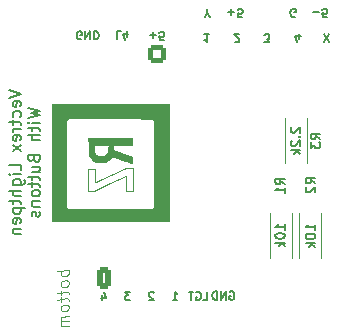
<source format=gbr>
%TF.GenerationSoftware,KiCad,Pcbnew,(6.0.9)*%
%TF.CreationDate,2023-08-06T12:59:46+02:00*%
%TF.ProjectId,Vectrex_Lightpen_2,56656374-7265-4785-9f4c-696768747065,rev?*%
%TF.SameCoordinates,Original*%
%TF.FileFunction,Legend,Bot*%
%TF.FilePolarity,Positive*%
%FSLAX46Y46*%
G04 Gerber Fmt 4.6, Leading zero omitted, Abs format (unit mm)*
G04 Created by KiCad (PCBNEW (6.0.9)) date 2023-08-06 12:59:46*
%MOMM*%
%LPD*%
G01*
G04 APERTURE LIST*
G04 Aperture macros list*
%AMRoundRect*
0 Rectangle with rounded corners*
0 $1 Rounding radius*
0 $2 $3 $4 $5 $6 $7 $8 $9 X,Y pos of 4 corners*
0 Add a 4 corners polygon primitive as box body*
4,1,4,$2,$3,$4,$5,$6,$7,$8,$9,$2,$3,0*
0 Add four circle primitives for the rounded corners*
1,1,$1+$1,$2,$3*
1,1,$1+$1,$4,$5*
1,1,$1+$1,$6,$7*
1,1,$1+$1,$8,$9*
0 Add four rect primitives between the rounded corners*
20,1,$1+$1,$2,$3,$4,$5,0*
20,1,$1+$1,$4,$5,$6,$7,0*
20,1,$1+$1,$6,$7,$8,$9,0*
20,1,$1+$1,$8,$9,$2,$3,0*%
G04 Aperture macros list end*
%ADD10C,0.150000*%
%ADD11C,0.100000*%
%ADD12C,0.120000*%
%ADD13R,1.900000X1.900000*%
%ADD14C,1.900000*%
%ADD15C,3.000000*%
%ADD16C,1.600000*%
%ADD17R,1.600000X1.600000*%
%ADD18O,1.600000X1.600000*%
%ADD19C,4.700000*%
%ADD20RoundRect,0.250000X-0.350000X-0.650000X0.350000X-0.650000X0.350000X0.650000X-0.350000X0.650000X0*%
%ADD21O,1.200000X1.800000*%
%ADD22RoundRect,0.250000X0.550000X0.550000X-0.550000X0.550000X-0.550000X-0.550000X0.550000X-0.550000X0*%
%ADD23R,1.050000X1.500000*%
%ADD24O,1.050000X1.500000*%
%ADD25C,3.400000*%
%ADD26C,1.400000*%
%ADD27O,1.400000X1.400000*%
G04 APERTURE END LIST*
D10*
X148683333Y-92800000D02*
X148750000Y-92766666D01*
X148850000Y-92766666D01*
X148950000Y-92800000D01*
X149016666Y-92866666D01*
X149050000Y-92933333D01*
X149083333Y-93066666D01*
X149083333Y-93166666D01*
X149050000Y-93300000D01*
X149016666Y-93366666D01*
X148950000Y-93433333D01*
X148850000Y-93466666D01*
X148783333Y-93466666D01*
X148683333Y-93433333D01*
X148650000Y-93400000D01*
X148650000Y-93166666D01*
X148783333Y-93166666D01*
X148350000Y-93466666D02*
X148350000Y-92766666D01*
X147950000Y-93466666D01*
X147950000Y-92766666D01*
X147616666Y-93466666D02*
X147616666Y-92766666D01*
X147450000Y-92766666D01*
X147350000Y-92800000D01*
X147283333Y-92866666D01*
X147250000Y-92933333D01*
X147216666Y-93066666D01*
X147216666Y-93166666D01*
X147250000Y-93300000D01*
X147283333Y-93366666D01*
X147350000Y-93433333D01*
X147450000Y-93466666D01*
X147616666Y-93466666D01*
X142250000Y-92883333D02*
X142216666Y-92850000D01*
X142150000Y-92816666D01*
X141983333Y-92816666D01*
X141916666Y-92850000D01*
X141883333Y-92883333D01*
X141850000Y-92950000D01*
X141850000Y-93016666D01*
X141883333Y-93116666D01*
X142283333Y-93516666D01*
X141850000Y-93516666D01*
X143850000Y-93516666D02*
X144250000Y-93516666D01*
X144050000Y-93516666D02*
X144050000Y-92816666D01*
X144116666Y-92916666D01*
X144183333Y-92983333D01*
X144250000Y-93016666D01*
X146800000Y-69166666D02*
X146800000Y-68833333D01*
X146566666Y-69533333D02*
X146800000Y-69166666D01*
X147033333Y-69533333D01*
D11*
X135052380Y-90948184D02*
X134052380Y-91073184D01*
X134433333Y-91025565D02*
X134385714Y-91126755D01*
X134385714Y-91317232D01*
X134433333Y-91406517D01*
X134480952Y-91448184D01*
X134576190Y-91483898D01*
X134861904Y-91448184D01*
X134957142Y-91388660D01*
X135004761Y-91335089D01*
X135052380Y-91233898D01*
X135052380Y-91043422D01*
X135004761Y-90954136D01*
X135052380Y-91995803D02*
X135004761Y-91906517D01*
X134957142Y-91864851D01*
X134861904Y-91829136D01*
X134576190Y-91864851D01*
X134480952Y-91924375D01*
X134433333Y-91977946D01*
X134385714Y-92079136D01*
X134385714Y-92221994D01*
X134433333Y-92311279D01*
X134480952Y-92352946D01*
X134576190Y-92388660D01*
X134861904Y-92352946D01*
X134957142Y-92293422D01*
X135004761Y-92239851D01*
X135052380Y-92138660D01*
X135052380Y-91995803D01*
X134385714Y-92698184D02*
X134385714Y-93079136D01*
X134052380Y-92882708D02*
X134909523Y-92775565D01*
X135004761Y-92811279D01*
X135052380Y-92900565D01*
X135052380Y-92995803D01*
X134385714Y-93269613D02*
X134385714Y-93650565D01*
X134052380Y-93454136D02*
X134909523Y-93346994D01*
X135004761Y-93382708D01*
X135052380Y-93471994D01*
X135052380Y-93567232D01*
X135052380Y-94043422D02*
X135004761Y-93954136D01*
X134957142Y-93912470D01*
X134861904Y-93876755D01*
X134576190Y-93912470D01*
X134480952Y-93971994D01*
X134433333Y-94025565D01*
X134385714Y-94126755D01*
X134385714Y-94269613D01*
X134433333Y-94358898D01*
X134480952Y-94400565D01*
X134576190Y-94436279D01*
X134861904Y-94400565D01*
X134957142Y-94341041D01*
X135004761Y-94287470D01*
X135052380Y-94186279D01*
X135052380Y-94043422D01*
X135052380Y-94805327D02*
X134385714Y-94888660D01*
X134480952Y-94876755D02*
X134433333Y-94930327D01*
X134385714Y-95031517D01*
X134385714Y-95174375D01*
X134433333Y-95263660D01*
X134528571Y-95299375D01*
X135052380Y-95233898D01*
X134528571Y-95299375D02*
X134433333Y-95358898D01*
X134385714Y-95460089D01*
X134385714Y-95602946D01*
X134433333Y-95692232D01*
X134528571Y-95727946D01*
X135052380Y-95662470D01*
D10*
X148550000Y-69100000D02*
X149083333Y-69100000D01*
X148816666Y-68833333D02*
X148816666Y-69366666D01*
X149750000Y-69533333D02*
X149416666Y-69533333D01*
X149383333Y-69200000D01*
X149416666Y-69233333D01*
X149483333Y-69266666D01*
X149650000Y-69266666D01*
X149716666Y-69233333D01*
X149750000Y-69200000D01*
X149783333Y-69133333D01*
X149783333Y-68966666D01*
X149750000Y-68900000D01*
X149716666Y-68866666D01*
X149650000Y-68833333D01*
X149483333Y-68833333D01*
X149416666Y-68866666D01*
X149383333Y-68900000D01*
X154233333Y-69500000D02*
X154166666Y-69533333D01*
X154066666Y-69533333D01*
X153966666Y-69500000D01*
X153900000Y-69433333D01*
X153866666Y-69366666D01*
X153833333Y-69233333D01*
X153833333Y-69133333D01*
X153866666Y-69000000D01*
X153900000Y-68933333D01*
X153966666Y-68866666D01*
X154066666Y-68833333D01*
X154133333Y-68833333D01*
X154233333Y-68866666D01*
X154266666Y-68900000D01*
X154266666Y-69133333D01*
X154133333Y-69133333D01*
X156666666Y-71683333D02*
X157133333Y-70983333D01*
X157133333Y-71683333D02*
X156666666Y-70983333D01*
X141900000Y-71050000D02*
X142433333Y-71050000D01*
X142166666Y-70783333D02*
X142166666Y-71316666D01*
X143100000Y-71483333D02*
X142766666Y-71483333D01*
X142733333Y-71150000D01*
X142766666Y-71183333D01*
X142833333Y-71216666D01*
X143000000Y-71216666D01*
X143066666Y-71183333D01*
X143100000Y-71150000D01*
X143133333Y-71083333D01*
X143133333Y-70916666D01*
X143100000Y-70850000D01*
X143066666Y-70816666D01*
X143000000Y-70783333D01*
X142833333Y-70783333D01*
X142766666Y-70816666D01*
X142733333Y-70850000D01*
X155700000Y-69100000D02*
X156233333Y-69100000D01*
X156900000Y-69533333D02*
X156566666Y-69533333D01*
X156533333Y-69200000D01*
X156566666Y-69233333D01*
X156633333Y-69266666D01*
X156800000Y-69266666D01*
X156866666Y-69233333D01*
X156900000Y-69200000D01*
X156933333Y-69133333D01*
X156933333Y-68966666D01*
X156900000Y-68900000D01*
X156866666Y-68866666D01*
X156800000Y-68833333D01*
X156633333Y-68833333D01*
X156566666Y-68866666D01*
X156533333Y-68900000D01*
X146450000Y-93516666D02*
X146783333Y-93516666D01*
X146783333Y-92816666D01*
X145850000Y-92850000D02*
X145916666Y-92816666D01*
X146016666Y-92816666D01*
X146116666Y-92850000D01*
X146183333Y-92916666D01*
X146216666Y-92983333D01*
X146250000Y-93116666D01*
X146250000Y-93216666D01*
X146216666Y-93350000D01*
X146183333Y-93416666D01*
X146116666Y-93483333D01*
X146016666Y-93516666D01*
X145950000Y-93516666D01*
X145850000Y-93483333D01*
X145816666Y-93450000D01*
X145816666Y-93216666D01*
X145950000Y-93216666D01*
X145616666Y-92816666D02*
X145216666Y-92816666D01*
X145416666Y-93516666D02*
X145416666Y-92816666D01*
X154583333Y-71400000D02*
X154583333Y-70933333D01*
X154416666Y-71666666D02*
X154250000Y-71166666D01*
X154683333Y-71166666D01*
X139483333Y-70733333D02*
X139150000Y-70733333D01*
X139150000Y-71433333D01*
X140016666Y-71200000D02*
X140016666Y-70733333D01*
X139850000Y-71466666D02*
X139683333Y-70966666D01*
X140116666Y-70966666D01*
X151616666Y-71683333D02*
X152050000Y-71683333D01*
X151816666Y-71416666D01*
X151916666Y-71416666D01*
X151983333Y-71383333D01*
X152016666Y-71350000D01*
X152050000Y-71283333D01*
X152050000Y-71116666D01*
X152016666Y-71050000D01*
X151983333Y-71016666D01*
X151916666Y-70983333D01*
X151716666Y-70983333D01*
X151650000Y-71016666D01*
X151616666Y-71050000D01*
X129997380Y-75697803D02*
X130997380Y-76031136D01*
X129997380Y-76364470D01*
X130949761Y-77078755D02*
X130997380Y-76983517D01*
X130997380Y-76793041D01*
X130949761Y-76697803D01*
X130854523Y-76650184D01*
X130473571Y-76650184D01*
X130378333Y-76697803D01*
X130330714Y-76793041D01*
X130330714Y-76983517D01*
X130378333Y-77078755D01*
X130473571Y-77126374D01*
X130568809Y-77126374D01*
X130664047Y-76650184D01*
X130949761Y-77983517D02*
X130997380Y-77888279D01*
X130997380Y-77697803D01*
X130949761Y-77602565D01*
X130902142Y-77554946D01*
X130806904Y-77507327D01*
X130521190Y-77507327D01*
X130425952Y-77554946D01*
X130378333Y-77602565D01*
X130330714Y-77697803D01*
X130330714Y-77888279D01*
X130378333Y-77983517D01*
X130330714Y-78269231D02*
X130330714Y-78650184D01*
X129997380Y-78412089D02*
X130854523Y-78412089D01*
X130949761Y-78459708D01*
X130997380Y-78554946D01*
X130997380Y-78650184D01*
X130997380Y-78983517D02*
X130330714Y-78983517D01*
X130521190Y-78983517D02*
X130425952Y-79031136D01*
X130378333Y-79078755D01*
X130330714Y-79173993D01*
X130330714Y-79269231D01*
X130949761Y-79983517D02*
X130997380Y-79888279D01*
X130997380Y-79697803D01*
X130949761Y-79602565D01*
X130854523Y-79554946D01*
X130473571Y-79554946D01*
X130378333Y-79602565D01*
X130330714Y-79697803D01*
X130330714Y-79888279D01*
X130378333Y-79983517D01*
X130473571Y-80031136D01*
X130568809Y-80031136D01*
X130664047Y-79554946D01*
X130997380Y-80364470D02*
X130330714Y-80888279D01*
X130330714Y-80364470D02*
X130997380Y-80888279D01*
X130997380Y-82507327D02*
X130997380Y-82031136D01*
X129997380Y-82031136D01*
X130997380Y-82840660D02*
X130330714Y-82840660D01*
X129997380Y-82840660D02*
X130045000Y-82793041D01*
X130092619Y-82840660D01*
X130045000Y-82888279D01*
X129997380Y-82840660D01*
X130092619Y-82840660D01*
X130330714Y-83745422D02*
X131140238Y-83745422D01*
X131235476Y-83697803D01*
X131283095Y-83650184D01*
X131330714Y-83554946D01*
X131330714Y-83412089D01*
X131283095Y-83316850D01*
X130949761Y-83745422D02*
X130997380Y-83650184D01*
X130997380Y-83459708D01*
X130949761Y-83364470D01*
X130902142Y-83316850D01*
X130806904Y-83269231D01*
X130521190Y-83269231D01*
X130425952Y-83316850D01*
X130378333Y-83364470D01*
X130330714Y-83459708D01*
X130330714Y-83650184D01*
X130378333Y-83745422D01*
X130997380Y-84221612D02*
X129997380Y-84221612D01*
X130997380Y-84650184D02*
X130473571Y-84650184D01*
X130378333Y-84602565D01*
X130330714Y-84507327D01*
X130330714Y-84364470D01*
X130378333Y-84269231D01*
X130425952Y-84221612D01*
X130330714Y-84983517D02*
X130330714Y-85364470D01*
X129997380Y-85126374D02*
X130854523Y-85126374D01*
X130949761Y-85173993D01*
X130997380Y-85269231D01*
X130997380Y-85364470D01*
X130330714Y-85697803D02*
X131330714Y-85697803D01*
X130378333Y-85697803D02*
X130330714Y-85793041D01*
X130330714Y-85983517D01*
X130378333Y-86078755D01*
X130425952Y-86126374D01*
X130521190Y-86173993D01*
X130806904Y-86173993D01*
X130902142Y-86126374D01*
X130949761Y-86078755D01*
X130997380Y-85983517D01*
X130997380Y-85793041D01*
X130949761Y-85697803D01*
X130949761Y-86983517D02*
X130997380Y-86888279D01*
X130997380Y-86697803D01*
X130949761Y-86602565D01*
X130854523Y-86554946D01*
X130473571Y-86554946D01*
X130378333Y-86602565D01*
X130330714Y-86697803D01*
X130330714Y-86888279D01*
X130378333Y-86983517D01*
X130473571Y-87031136D01*
X130568809Y-87031136D01*
X130664047Y-86554946D01*
X130330714Y-87459708D02*
X130997380Y-87459708D01*
X130425952Y-87459708D02*
X130378333Y-87507327D01*
X130330714Y-87602565D01*
X130330714Y-87745422D01*
X130378333Y-87840660D01*
X130473571Y-87888279D01*
X130997380Y-87888279D01*
X131607380Y-77245422D02*
X132607380Y-77483517D01*
X131893095Y-77673993D01*
X132607380Y-77864470D01*
X131607380Y-78102565D01*
X132607380Y-78483517D02*
X131940714Y-78483517D01*
X131607380Y-78483517D02*
X131655000Y-78435898D01*
X131702619Y-78483517D01*
X131655000Y-78531136D01*
X131607380Y-78483517D01*
X131702619Y-78483517D01*
X131940714Y-78816850D02*
X131940714Y-79197803D01*
X131607380Y-78959708D02*
X132464523Y-78959708D01*
X132559761Y-79007327D01*
X132607380Y-79102565D01*
X132607380Y-79197803D01*
X132607380Y-79531136D02*
X131607380Y-79531136D01*
X132607380Y-79959708D02*
X132083571Y-79959708D01*
X131988333Y-79912089D01*
X131940714Y-79816850D01*
X131940714Y-79673993D01*
X131988333Y-79578755D01*
X132035952Y-79531136D01*
X132083571Y-81531136D02*
X132131190Y-81673993D01*
X132178809Y-81721612D01*
X132274047Y-81769231D01*
X132416904Y-81769231D01*
X132512142Y-81721612D01*
X132559761Y-81673993D01*
X132607380Y-81578755D01*
X132607380Y-81197803D01*
X131607380Y-81197803D01*
X131607380Y-81531136D01*
X131655000Y-81626374D01*
X131702619Y-81673993D01*
X131797857Y-81721612D01*
X131893095Y-81721612D01*
X131988333Y-81673993D01*
X132035952Y-81626374D01*
X132083571Y-81531136D01*
X132083571Y-81197803D01*
X131940714Y-82626374D02*
X132607380Y-82626374D01*
X131940714Y-82197803D02*
X132464523Y-82197803D01*
X132559761Y-82245422D01*
X132607380Y-82340660D01*
X132607380Y-82483517D01*
X132559761Y-82578755D01*
X132512142Y-82626374D01*
X131940714Y-82959708D02*
X131940714Y-83340660D01*
X131607380Y-83102565D02*
X132464523Y-83102565D01*
X132559761Y-83150184D01*
X132607380Y-83245422D01*
X132607380Y-83340660D01*
X131940714Y-83531136D02*
X131940714Y-83912089D01*
X131607380Y-83673993D02*
X132464523Y-83673993D01*
X132559761Y-83721612D01*
X132607380Y-83816850D01*
X132607380Y-83912089D01*
X132607380Y-84388279D02*
X132559761Y-84293041D01*
X132512142Y-84245422D01*
X132416904Y-84197803D01*
X132131190Y-84197803D01*
X132035952Y-84245422D01*
X131988333Y-84293041D01*
X131940714Y-84388279D01*
X131940714Y-84531136D01*
X131988333Y-84626374D01*
X132035952Y-84673993D01*
X132131190Y-84721612D01*
X132416904Y-84721612D01*
X132512142Y-84673993D01*
X132559761Y-84626374D01*
X132607380Y-84531136D01*
X132607380Y-84388279D01*
X131940714Y-85150184D02*
X132607380Y-85150184D01*
X132035952Y-85150184D02*
X131988333Y-85197803D01*
X131940714Y-85293041D01*
X131940714Y-85435898D01*
X131988333Y-85531136D01*
X132083571Y-85578755D01*
X132607380Y-85578755D01*
X132559761Y-86007327D02*
X132607380Y-86102565D01*
X132607380Y-86293041D01*
X132559761Y-86388279D01*
X132464523Y-86435898D01*
X132416904Y-86435898D01*
X132321666Y-86388279D01*
X132274047Y-86293041D01*
X132274047Y-86150184D01*
X132226428Y-86054946D01*
X132131190Y-86007327D01*
X132083571Y-86007327D01*
X131988333Y-86054946D01*
X131940714Y-86150184D01*
X131940714Y-86293041D01*
X131988333Y-86388279D01*
X140283333Y-92816666D02*
X139850000Y-92816666D01*
X140083333Y-93083333D01*
X139983333Y-93083333D01*
X139916666Y-93116666D01*
X139883333Y-93150000D01*
X139850000Y-93216666D01*
X139850000Y-93383333D01*
X139883333Y-93450000D01*
X139916666Y-93483333D01*
X139983333Y-93516666D01*
X140183333Y-93516666D01*
X140250000Y-93483333D01*
X140283333Y-93450000D01*
X146950000Y-70983333D02*
X146550000Y-70983333D01*
X146750000Y-70983333D02*
X146750000Y-71683333D01*
X146683333Y-71583333D01*
X146616666Y-71516666D01*
X146550000Y-71483333D01*
X149100000Y-71616666D02*
X149133333Y-71650000D01*
X149200000Y-71683333D01*
X149366666Y-71683333D01*
X149433333Y-71650000D01*
X149466666Y-71616666D01*
X149500000Y-71550000D01*
X149500000Y-71483333D01*
X149466666Y-71383333D01*
X149066666Y-70983333D01*
X149500000Y-70983333D01*
X137916666Y-93050000D02*
X137916666Y-93516666D01*
X138083333Y-92783333D02*
X138250000Y-93283333D01*
X137816666Y-93283333D01*
X136116666Y-71400000D02*
X136050000Y-71433333D01*
X135950000Y-71433333D01*
X135850000Y-71400000D01*
X135783333Y-71333333D01*
X135750000Y-71266666D01*
X135716666Y-71133333D01*
X135716666Y-71033333D01*
X135750000Y-70900000D01*
X135783333Y-70833333D01*
X135850000Y-70766666D01*
X135950000Y-70733333D01*
X136016666Y-70733333D01*
X136116666Y-70766666D01*
X136150000Y-70800000D01*
X136150000Y-71033333D01*
X136016666Y-71033333D01*
X136450000Y-70733333D02*
X136450000Y-71433333D01*
X136850000Y-70733333D01*
X136850000Y-71433333D01*
X137183333Y-70733333D02*
X137183333Y-71433333D01*
X137350000Y-71433333D01*
X137450000Y-71400000D01*
X137516666Y-71333333D01*
X137550000Y-71266666D01*
X137583333Y-71133333D01*
X137583333Y-71033333D01*
X137550000Y-70900000D01*
X137516666Y-70833333D01*
X137450000Y-70766666D01*
X137350000Y-70733333D01*
X137183333Y-70733333D01*
%TO.C,R1*%
X153361904Y-83666666D02*
X152980952Y-83400000D01*
X153361904Y-83209523D02*
X152561904Y-83209523D01*
X152561904Y-83514285D01*
X152600000Y-83590476D01*
X152638095Y-83628571D01*
X152714285Y-83666666D01*
X152828571Y-83666666D01*
X152904761Y-83628571D01*
X152942857Y-83590476D01*
X152980952Y-83514285D01*
X152980952Y-83209523D01*
X153361904Y-84428571D02*
X153361904Y-83971428D01*
X153361904Y-84200000D02*
X152561904Y-84200000D01*
X152676190Y-84123809D01*
X152752380Y-84047619D01*
X152790476Y-83971428D01*
X153361904Y-87523809D02*
X153361904Y-87066666D01*
X153361904Y-87295238D02*
X152561904Y-87295238D01*
X152676190Y-87219047D01*
X152752380Y-87142857D01*
X152790476Y-87066666D01*
X152561904Y-88019047D02*
X152561904Y-88095238D01*
X152600000Y-88171428D01*
X152638095Y-88209523D01*
X152714285Y-88247619D01*
X152866666Y-88285714D01*
X153057142Y-88285714D01*
X153209523Y-88247619D01*
X153285714Y-88209523D01*
X153323809Y-88171428D01*
X153361904Y-88095238D01*
X153361904Y-88019047D01*
X153323809Y-87942857D01*
X153285714Y-87904761D01*
X153209523Y-87866666D01*
X153057142Y-87828571D01*
X152866666Y-87828571D01*
X152714285Y-87866666D01*
X152638095Y-87904761D01*
X152600000Y-87942857D01*
X152561904Y-88019047D01*
X153361904Y-88628571D02*
X152561904Y-88628571D01*
X153057142Y-88704761D02*
X153361904Y-88933333D01*
X152828571Y-88933333D02*
X153133333Y-88628571D01*
%TO.C,R3*%
X156361904Y-79866666D02*
X155980952Y-79600000D01*
X156361904Y-79409523D02*
X155561904Y-79409523D01*
X155561904Y-79714285D01*
X155600000Y-79790476D01*
X155638095Y-79828571D01*
X155714285Y-79866666D01*
X155828571Y-79866666D01*
X155904761Y-79828571D01*
X155942857Y-79790476D01*
X155980952Y-79714285D01*
X155980952Y-79409523D01*
X155561904Y-80133333D02*
X155561904Y-80628571D01*
X155866666Y-80361904D01*
X155866666Y-80476190D01*
X155904761Y-80552380D01*
X155942857Y-80590476D01*
X156019047Y-80628571D01*
X156209523Y-80628571D01*
X156285714Y-80590476D01*
X156323809Y-80552380D01*
X156361904Y-80476190D01*
X156361904Y-80247619D01*
X156323809Y-80171428D01*
X156285714Y-80133333D01*
X153938095Y-78876190D02*
X153900000Y-78914285D01*
X153861904Y-78990476D01*
X153861904Y-79180952D01*
X153900000Y-79257142D01*
X153938095Y-79295238D01*
X154014285Y-79333333D01*
X154090476Y-79333333D01*
X154204761Y-79295238D01*
X154661904Y-78838095D01*
X154661904Y-79333333D01*
X154585714Y-79676190D02*
X154623809Y-79714285D01*
X154661904Y-79676190D01*
X154623809Y-79638095D01*
X154585714Y-79676190D01*
X154661904Y-79676190D01*
X153938095Y-80019047D02*
X153900000Y-80057142D01*
X153861904Y-80133333D01*
X153861904Y-80323809D01*
X153900000Y-80400000D01*
X153938095Y-80438095D01*
X154014285Y-80476190D01*
X154090476Y-80476190D01*
X154204761Y-80438095D01*
X154661904Y-79980952D01*
X154661904Y-80476190D01*
X154661904Y-80819047D02*
X153861904Y-80819047D01*
X154357142Y-80895238D02*
X154661904Y-81123809D01*
X154128571Y-81123809D02*
X154433333Y-80819047D01*
%TO.C,R2*%
X155911904Y-83616666D02*
X155530952Y-83350000D01*
X155911904Y-83159523D02*
X155111904Y-83159523D01*
X155111904Y-83464285D01*
X155150000Y-83540476D01*
X155188095Y-83578571D01*
X155264285Y-83616666D01*
X155378571Y-83616666D01*
X155454761Y-83578571D01*
X155492857Y-83540476D01*
X155530952Y-83464285D01*
X155530952Y-83159523D01*
X155188095Y-83921428D02*
X155150000Y-83959523D01*
X155111904Y-84035714D01*
X155111904Y-84226190D01*
X155150000Y-84302380D01*
X155188095Y-84340476D01*
X155264285Y-84378571D01*
X155340476Y-84378571D01*
X155454761Y-84340476D01*
X155911904Y-83883333D01*
X155911904Y-84378571D01*
X155911904Y-87563809D02*
X155911904Y-87106666D01*
X155911904Y-87335238D02*
X155111904Y-87335238D01*
X155226190Y-87259047D01*
X155302380Y-87182857D01*
X155340476Y-87106666D01*
X155111904Y-88059047D02*
X155111904Y-88135238D01*
X155150000Y-88211428D01*
X155188095Y-88249523D01*
X155264285Y-88287619D01*
X155416666Y-88325714D01*
X155607142Y-88325714D01*
X155759523Y-88287619D01*
X155835714Y-88249523D01*
X155873809Y-88211428D01*
X155911904Y-88135238D01*
X155911904Y-88059047D01*
X155873809Y-87982857D01*
X155835714Y-87944761D01*
X155759523Y-87906666D01*
X155607142Y-87868571D01*
X155416666Y-87868571D01*
X155264285Y-87906666D01*
X155188095Y-87944761D01*
X155150000Y-87982857D01*
X155111904Y-88059047D01*
X155911904Y-88668571D02*
X155111904Y-88668571D01*
X155607142Y-88744761D02*
X155911904Y-88973333D01*
X155378571Y-88973333D02*
X155683333Y-88668571D01*
D12*
%TO.C,R1*%
X152080000Y-86120000D02*
X152080000Y-89960000D01*
X153920000Y-86120000D02*
X153920000Y-89960000D01*
%TO.C,FB*%
D11*
X140474930Y-84234819D02*
X139910510Y-84234819D01*
X139900867Y-83604916D01*
X139891225Y-82975014D01*
X138564624Y-83602866D01*
X137238022Y-84230719D01*
X136981546Y-84232769D01*
X136725069Y-84234819D01*
X136725069Y-82359888D01*
X137291086Y-82359888D01*
X137291086Y-82947378D01*
X137291169Y-83015942D01*
X137293028Y-83222969D01*
X137297779Y-83368997D01*
X137306015Y-83461653D01*
X137318327Y-83508564D01*
X137335306Y-83517354D01*
X137341683Y-83514578D01*
X137401304Y-83487071D01*
X137515512Y-83433644D01*
X137677223Y-83357632D01*
X137879355Y-83262374D01*
X138114823Y-83151206D01*
X138376545Y-83027465D01*
X138657437Y-82894489D01*
X139935347Y-82289136D01*
X140474930Y-82289136D01*
X140474930Y-84234819D01*
G36*
X143623398Y-86923398D02*
G01*
X133611978Y-86923398D01*
X133611978Y-85577500D01*
X134903203Y-85577500D01*
X135001291Y-85675589D01*
X135099379Y-85773677D01*
X142100620Y-85773677D01*
X142198708Y-85675595D01*
X142296796Y-85577514D01*
X142303662Y-82031863D01*
X142304142Y-81729034D01*
X142304456Y-81244052D01*
X142304202Y-80781247D01*
X142303409Y-80345477D01*
X142302109Y-79941599D01*
X142300331Y-79574471D01*
X142298105Y-79248950D01*
X142295461Y-78969893D01*
X142292429Y-78742158D01*
X142289039Y-78570603D01*
X142285321Y-78460084D01*
X142281306Y-78415459D01*
X142241894Y-78350459D01*
X142173442Y-78273955D01*
X142159730Y-78262628D01*
X142142112Y-78252315D01*
X142116760Y-78243270D01*
X142079473Y-78235409D01*
X142026050Y-78228650D01*
X141952289Y-78222910D01*
X141853989Y-78218104D01*
X141726949Y-78214151D01*
X141566968Y-78210967D01*
X141369845Y-78208468D01*
X141131377Y-78206573D01*
X140847365Y-78205197D01*
X140513607Y-78204258D01*
X140125902Y-78203672D01*
X139680048Y-78203356D01*
X139171844Y-78203227D01*
X138597090Y-78203203D01*
X135099379Y-78203203D01*
X134903203Y-78399379D01*
X134903203Y-85577500D01*
X133611978Y-85577500D01*
X133611978Y-76911978D01*
X143623398Y-76911978D01*
X143623398Y-86923398D01*
G37*
G36*
X140474930Y-80414206D02*
G01*
X138879311Y-80414206D01*
X138890003Y-80596126D01*
X138900696Y-80778047D01*
X140474930Y-81349445D01*
X140474930Y-82005135D01*
X140289206Y-81935020D01*
X140284061Y-81933075D01*
X140188310Y-81896469D01*
X140041487Y-81839887D01*
X139857314Y-81768636D01*
X139649512Y-81688025D01*
X139431801Y-81603360D01*
X138760121Y-81341816D01*
X138720155Y-81436868D01*
X138692166Y-81487936D01*
X138596286Y-81601529D01*
X138465642Y-81714243D01*
X138321390Y-81809011D01*
X138184687Y-81868771D01*
X138044337Y-81897960D01*
X137819650Y-81914682D01*
X137588928Y-81904499D01*
X137386501Y-81867467D01*
X137215493Y-81791374D01*
X137045363Y-81664861D01*
X136903731Y-81508856D01*
X136811461Y-81342411D01*
X136802513Y-81316131D01*
X136780758Y-81228076D01*
X136763999Y-81112662D01*
X136751244Y-80959042D01*
X136741500Y-80756371D01*
X136738995Y-80671234D01*
X137255710Y-80671234D01*
X137255841Y-80691680D01*
X137280268Y-80918609D01*
X137348495Y-81090791D01*
X137462809Y-81210706D01*
X137625499Y-81280835D01*
X137838850Y-81303661D01*
X138026847Y-81282642D01*
X138195487Y-81207873D01*
X138330828Y-81075119D01*
X138345994Y-81053102D01*
X138382978Y-80971606D01*
X138405444Y-80858702D01*
X138417868Y-80694826D01*
X138430611Y-80414206D01*
X137255710Y-80414206D01*
X137255710Y-80671234D01*
X136738995Y-80671234D01*
X136733774Y-80493802D01*
X136717565Y-79812813D01*
X140474930Y-79812813D01*
X140474930Y-80414206D01*
G37*
D12*
%TO.C,R3*%
X153380000Y-78080000D02*
X153380000Y-81920000D01*
X155220000Y-78080000D02*
X155220000Y-81920000D01*
%TO.C,R2*%
X156420000Y-86120000D02*
X156420000Y-89960000D01*
X154580000Y-86120000D02*
X154580000Y-89960000D01*
%TD*%
%LPC*%
D13*
%TO.C,J1*%
X147574000Y-76352400D03*
D14*
X147574000Y-79122400D03*
X147574000Y-81892400D03*
X147574000Y-84662400D03*
X147574000Y-87432400D03*
X144734000Y-77737400D03*
X144734000Y-80507400D03*
X144734000Y-83277400D03*
X144734000Y-86047400D03*
%TD*%
D15*
%TO.C,REF3*%
X155930400Y-64750000D03*
%TD*%
D16*
%TO.C,J3*%
X155635400Y-70280000D03*
X153095400Y-70280000D03*
X150555400Y-70280000D03*
X148015400Y-70280000D03*
X156905400Y-72820000D03*
X154420400Y-72820000D03*
X151825400Y-72820000D03*
X149285400Y-72820000D03*
D17*
X146745400Y-72820000D03*
%TD*%
%TO.C,U1*%
X157950000Y-91250000D03*
D18*
X157950000Y-88710000D03*
X157950000Y-86170000D03*
X157950000Y-83630000D03*
X157950000Y-81090000D03*
X157950000Y-78550000D03*
X157950000Y-76010000D03*
X150330000Y-76010000D03*
X150330000Y-78550000D03*
X150330000Y-81090000D03*
X150330000Y-83630000D03*
X150330000Y-86170000D03*
X150330000Y-88710000D03*
X150330000Y-91250000D03*
%TD*%
D19*
%TO.C,REF5*%
X139505000Y-65500000D03*
%TD*%
D20*
%TO.C,J4*%
X138050000Y-91600000D03*
D21*
X140050000Y-91600000D03*
X142050000Y-91600000D03*
X144050000Y-91600000D03*
X146050000Y-91600000D03*
X148050000Y-91600000D03*
%TD*%
D15*
%TO.C,REF6*%
X131526800Y-64750000D03*
%TD*%
D16*
%TO.C,C1*%
X138900000Y-98900000D03*
D17*
X136900000Y-98900000D03*
%TD*%
D19*
%TO.C,REF\u002A\u002A*%
X148005000Y-65500000D03*
%TD*%
D22*
%TO.C,J2*%
X142549500Y-72650000D03*
D16*
X139554500Y-72650000D03*
X136550500Y-72650000D03*
%TD*%
D15*
%TO.C,REF1*%
X131526800Y-99010800D03*
%TD*%
D23*
%TO.C,Q1*%
X148230000Y-99110000D03*
D24*
X149500000Y-99110000D03*
X150770000Y-99110000D03*
%TD*%
D16*
%TO.C,C2*%
X153000000Y-94400000D03*
X155500000Y-94400000D03*
%TD*%
D25*
%TO.C,REF7*%
X143763900Y-98250000D03*
%TD*%
D15*
%TO.C,REF2*%
X155930400Y-99010800D03*
%TD*%
D26*
%TO.C,R1*%
X153000000Y-85500000D03*
D27*
X153000000Y-90580000D03*
%TD*%
%TO.C,R3*%
X154300000Y-82540000D03*
D26*
X154300000Y-77460000D03*
%TD*%
D27*
%TO.C,R2*%
X155500000Y-90580000D03*
D26*
X155500000Y-85500000D03*
%TD*%
M02*

</source>
